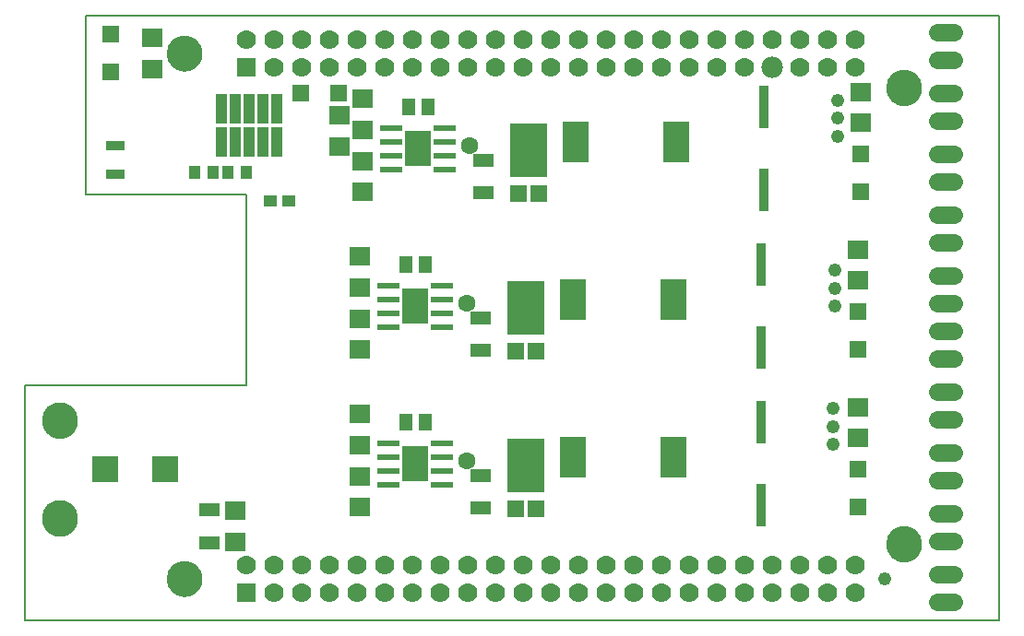
<source format=gts>
G75*
%MOIN*%
%OFA0B0*%
%FSLAX25Y25*%
%IPPOS*%
%LPD*%
%AMOC8*
5,1,8,0,0,1.08239X$1,22.5*
%
%ADD10C,0.00500*%
%ADD11C,0.00000*%
%ADD12C,0.12900*%
%ADD13R,0.07000X0.07000*%
%ADD14C,0.07000*%
%ADD15C,0.07800*%
%ADD16R,0.07500X0.04800*%
%ADD17R,0.07498X0.06699*%
%ADD18R,0.04800X0.06100*%
%ADD19R,0.03500X0.15600*%
%ADD20R,0.05900X0.05900*%
%ADD21R,0.13600X0.19500*%
%ADD22R,0.06306X0.06306*%
%ADD23R,0.08200X0.02200*%
%ADD24R,0.09800X0.12600*%
%ADD25R,0.09455X0.14573*%
%ADD26C,0.06400*%
%ADD27R,0.09258X0.09258*%
%ADD28C,0.12998*%
%ADD29R,0.04337X0.04731*%
%ADD30R,0.04731X0.04337*%
%ADD31R,0.03900X0.10900*%
%ADD32R,0.07093X0.03550*%
%ADD33C,0.04900*%
%ADD34C,0.06306*%
D10*
X0026831Y0007667D02*
X0026831Y0092667D01*
X0106831Y0092667D01*
X0106831Y0161667D01*
X0048831Y0161667D01*
X0048831Y0226167D01*
X0378831Y0226167D01*
X0378831Y0007667D01*
X0026831Y0007667D01*
D11*
X0078081Y0022667D02*
X0078083Y0022825D01*
X0078089Y0022982D01*
X0078099Y0023140D01*
X0078113Y0023297D01*
X0078131Y0023453D01*
X0078152Y0023610D01*
X0078178Y0023765D01*
X0078208Y0023920D01*
X0078241Y0024074D01*
X0078279Y0024227D01*
X0078320Y0024380D01*
X0078365Y0024531D01*
X0078414Y0024681D01*
X0078467Y0024829D01*
X0078523Y0024977D01*
X0078584Y0025122D01*
X0078647Y0025267D01*
X0078715Y0025409D01*
X0078786Y0025550D01*
X0078860Y0025689D01*
X0078938Y0025826D01*
X0079020Y0025961D01*
X0079104Y0026094D01*
X0079193Y0026225D01*
X0079284Y0026353D01*
X0079379Y0026480D01*
X0079476Y0026603D01*
X0079577Y0026725D01*
X0079681Y0026843D01*
X0079788Y0026959D01*
X0079898Y0027072D01*
X0080010Y0027183D01*
X0080126Y0027290D01*
X0080244Y0027395D01*
X0080364Y0027497D01*
X0080487Y0027595D01*
X0080613Y0027691D01*
X0080741Y0027783D01*
X0080871Y0027872D01*
X0081003Y0027958D01*
X0081138Y0028040D01*
X0081275Y0028119D01*
X0081413Y0028194D01*
X0081553Y0028266D01*
X0081696Y0028334D01*
X0081839Y0028399D01*
X0081985Y0028460D01*
X0082132Y0028517D01*
X0082280Y0028571D01*
X0082430Y0028621D01*
X0082580Y0028667D01*
X0082732Y0028709D01*
X0082885Y0028748D01*
X0083039Y0028782D01*
X0083194Y0028813D01*
X0083349Y0028839D01*
X0083505Y0028862D01*
X0083662Y0028881D01*
X0083819Y0028896D01*
X0083976Y0028907D01*
X0084134Y0028914D01*
X0084292Y0028917D01*
X0084449Y0028916D01*
X0084607Y0028911D01*
X0084764Y0028902D01*
X0084922Y0028889D01*
X0085078Y0028872D01*
X0085235Y0028851D01*
X0085390Y0028827D01*
X0085545Y0028798D01*
X0085700Y0028765D01*
X0085853Y0028729D01*
X0086006Y0028688D01*
X0086157Y0028644D01*
X0086307Y0028596D01*
X0086456Y0028545D01*
X0086604Y0028489D01*
X0086750Y0028430D01*
X0086895Y0028367D01*
X0087038Y0028300D01*
X0087179Y0028230D01*
X0087318Y0028157D01*
X0087456Y0028080D01*
X0087592Y0027999D01*
X0087725Y0027915D01*
X0087856Y0027828D01*
X0087985Y0027737D01*
X0088112Y0027643D01*
X0088237Y0027546D01*
X0088358Y0027446D01*
X0088478Y0027343D01*
X0088594Y0027237D01*
X0088708Y0027128D01*
X0088820Y0027016D01*
X0088928Y0026902D01*
X0089033Y0026784D01*
X0089136Y0026664D01*
X0089235Y0026542D01*
X0089331Y0026417D01*
X0089424Y0026289D01*
X0089514Y0026160D01*
X0089600Y0026028D01*
X0089684Y0025894D01*
X0089763Y0025758D01*
X0089840Y0025620D01*
X0089912Y0025480D01*
X0089981Y0025338D01*
X0090047Y0025195D01*
X0090109Y0025050D01*
X0090167Y0024903D01*
X0090222Y0024755D01*
X0090273Y0024606D01*
X0090320Y0024455D01*
X0090363Y0024304D01*
X0090402Y0024151D01*
X0090438Y0023997D01*
X0090469Y0023843D01*
X0090497Y0023688D01*
X0090521Y0023532D01*
X0090541Y0023375D01*
X0090557Y0023218D01*
X0090569Y0023061D01*
X0090577Y0022904D01*
X0090581Y0022746D01*
X0090581Y0022588D01*
X0090577Y0022430D01*
X0090569Y0022273D01*
X0090557Y0022116D01*
X0090541Y0021959D01*
X0090521Y0021802D01*
X0090497Y0021646D01*
X0090469Y0021491D01*
X0090438Y0021337D01*
X0090402Y0021183D01*
X0090363Y0021030D01*
X0090320Y0020879D01*
X0090273Y0020728D01*
X0090222Y0020579D01*
X0090167Y0020431D01*
X0090109Y0020284D01*
X0090047Y0020139D01*
X0089981Y0019996D01*
X0089912Y0019854D01*
X0089840Y0019714D01*
X0089763Y0019576D01*
X0089684Y0019440D01*
X0089600Y0019306D01*
X0089514Y0019174D01*
X0089424Y0019045D01*
X0089331Y0018917D01*
X0089235Y0018792D01*
X0089136Y0018670D01*
X0089033Y0018550D01*
X0088928Y0018432D01*
X0088820Y0018318D01*
X0088708Y0018206D01*
X0088594Y0018097D01*
X0088478Y0017991D01*
X0088358Y0017888D01*
X0088237Y0017788D01*
X0088112Y0017691D01*
X0087985Y0017597D01*
X0087856Y0017506D01*
X0087725Y0017419D01*
X0087592Y0017335D01*
X0087456Y0017254D01*
X0087318Y0017177D01*
X0087179Y0017104D01*
X0087038Y0017034D01*
X0086895Y0016967D01*
X0086750Y0016904D01*
X0086604Y0016845D01*
X0086456Y0016789D01*
X0086307Y0016738D01*
X0086157Y0016690D01*
X0086006Y0016646D01*
X0085853Y0016605D01*
X0085700Y0016569D01*
X0085545Y0016536D01*
X0085390Y0016507D01*
X0085235Y0016483D01*
X0085078Y0016462D01*
X0084922Y0016445D01*
X0084764Y0016432D01*
X0084607Y0016423D01*
X0084449Y0016418D01*
X0084292Y0016417D01*
X0084134Y0016420D01*
X0083976Y0016427D01*
X0083819Y0016438D01*
X0083662Y0016453D01*
X0083505Y0016472D01*
X0083349Y0016495D01*
X0083194Y0016521D01*
X0083039Y0016552D01*
X0082885Y0016586D01*
X0082732Y0016625D01*
X0082580Y0016667D01*
X0082430Y0016713D01*
X0082280Y0016763D01*
X0082132Y0016817D01*
X0081985Y0016874D01*
X0081839Y0016935D01*
X0081696Y0017000D01*
X0081553Y0017068D01*
X0081413Y0017140D01*
X0081275Y0017215D01*
X0081138Y0017294D01*
X0081003Y0017376D01*
X0080871Y0017462D01*
X0080741Y0017551D01*
X0080613Y0017643D01*
X0080487Y0017739D01*
X0080364Y0017837D01*
X0080244Y0017939D01*
X0080126Y0018044D01*
X0080010Y0018151D01*
X0079898Y0018262D01*
X0079788Y0018375D01*
X0079681Y0018491D01*
X0079577Y0018609D01*
X0079476Y0018731D01*
X0079379Y0018854D01*
X0079284Y0018981D01*
X0079193Y0019109D01*
X0079104Y0019240D01*
X0079020Y0019373D01*
X0078938Y0019508D01*
X0078860Y0019645D01*
X0078786Y0019784D01*
X0078715Y0019925D01*
X0078647Y0020067D01*
X0078584Y0020212D01*
X0078523Y0020357D01*
X0078467Y0020505D01*
X0078414Y0020653D01*
X0078365Y0020803D01*
X0078320Y0020954D01*
X0078279Y0021107D01*
X0078241Y0021260D01*
X0078208Y0021414D01*
X0078178Y0021569D01*
X0078152Y0021724D01*
X0078131Y0021881D01*
X0078113Y0022037D01*
X0078099Y0022194D01*
X0078089Y0022352D01*
X0078083Y0022509D01*
X0078081Y0022667D01*
X0032996Y0044450D02*
X0032998Y0044608D01*
X0033004Y0044766D01*
X0033014Y0044924D01*
X0033028Y0045082D01*
X0033046Y0045239D01*
X0033067Y0045396D01*
X0033093Y0045552D01*
X0033123Y0045708D01*
X0033156Y0045863D01*
X0033194Y0046016D01*
X0033235Y0046169D01*
X0033280Y0046321D01*
X0033329Y0046472D01*
X0033382Y0046621D01*
X0033438Y0046769D01*
X0033498Y0046915D01*
X0033562Y0047060D01*
X0033630Y0047203D01*
X0033701Y0047345D01*
X0033775Y0047485D01*
X0033853Y0047622D01*
X0033935Y0047758D01*
X0034019Y0047892D01*
X0034108Y0048023D01*
X0034199Y0048152D01*
X0034294Y0048279D01*
X0034391Y0048404D01*
X0034492Y0048526D01*
X0034596Y0048645D01*
X0034703Y0048762D01*
X0034813Y0048876D01*
X0034926Y0048987D01*
X0035041Y0049096D01*
X0035159Y0049201D01*
X0035280Y0049303D01*
X0035403Y0049403D01*
X0035529Y0049499D01*
X0035657Y0049592D01*
X0035787Y0049682D01*
X0035920Y0049768D01*
X0036055Y0049852D01*
X0036191Y0049931D01*
X0036330Y0050008D01*
X0036471Y0050080D01*
X0036613Y0050150D01*
X0036757Y0050215D01*
X0036903Y0050277D01*
X0037050Y0050335D01*
X0037199Y0050390D01*
X0037349Y0050441D01*
X0037500Y0050488D01*
X0037652Y0050531D01*
X0037805Y0050570D01*
X0037960Y0050606D01*
X0038115Y0050637D01*
X0038271Y0050665D01*
X0038427Y0050689D01*
X0038584Y0050709D01*
X0038742Y0050725D01*
X0038899Y0050737D01*
X0039058Y0050745D01*
X0039216Y0050749D01*
X0039374Y0050749D01*
X0039532Y0050745D01*
X0039691Y0050737D01*
X0039848Y0050725D01*
X0040006Y0050709D01*
X0040163Y0050689D01*
X0040319Y0050665D01*
X0040475Y0050637D01*
X0040630Y0050606D01*
X0040785Y0050570D01*
X0040938Y0050531D01*
X0041090Y0050488D01*
X0041241Y0050441D01*
X0041391Y0050390D01*
X0041540Y0050335D01*
X0041687Y0050277D01*
X0041833Y0050215D01*
X0041977Y0050150D01*
X0042119Y0050080D01*
X0042260Y0050008D01*
X0042399Y0049931D01*
X0042535Y0049852D01*
X0042670Y0049768D01*
X0042803Y0049682D01*
X0042933Y0049592D01*
X0043061Y0049499D01*
X0043187Y0049403D01*
X0043310Y0049303D01*
X0043431Y0049201D01*
X0043549Y0049096D01*
X0043664Y0048987D01*
X0043777Y0048876D01*
X0043887Y0048762D01*
X0043994Y0048645D01*
X0044098Y0048526D01*
X0044199Y0048404D01*
X0044296Y0048279D01*
X0044391Y0048152D01*
X0044482Y0048023D01*
X0044571Y0047892D01*
X0044655Y0047758D01*
X0044737Y0047622D01*
X0044815Y0047485D01*
X0044889Y0047345D01*
X0044960Y0047203D01*
X0045028Y0047060D01*
X0045092Y0046915D01*
X0045152Y0046769D01*
X0045208Y0046621D01*
X0045261Y0046472D01*
X0045310Y0046321D01*
X0045355Y0046169D01*
X0045396Y0046016D01*
X0045434Y0045863D01*
X0045467Y0045708D01*
X0045497Y0045552D01*
X0045523Y0045396D01*
X0045544Y0045239D01*
X0045562Y0045082D01*
X0045576Y0044924D01*
X0045586Y0044766D01*
X0045592Y0044608D01*
X0045594Y0044450D01*
X0045592Y0044292D01*
X0045586Y0044134D01*
X0045576Y0043976D01*
X0045562Y0043818D01*
X0045544Y0043661D01*
X0045523Y0043504D01*
X0045497Y0043348D01*
X0045467Y0043192D01*
X0045434Y0043037D01*
X0045396Y0042884D01*
X0045355Y0042731D01*
X0045310Y0042579D01*
X0045261Y0042428D01*
X0045208Y0042279D01*
X0045152Y0042131D01*
X0045092Y0041985D01*
X0045028Y0041840D01*
X0044960Y0041697D01*
X0044889Y0041555D01*
X0044815Y0041415D01*
X0044737Y0041278D01*
X0044655Y0041142D01*
X0044571Y0041008D01*
X0044482Y0040877D01*
X0044391Y0040748D01*
X0044296Y0040621D01*
X0044199Y0040496D01*
X0044098Y0040374D01*
X0043994Y0040255D01*
X0043887Y0040138D01*
X0043777Y0040024D01*
X0043664Y0039913D01*
X0043549Y0039804D01*
X0043431Y0039699D01*
X0043310Y0039597D01*
X0043187Y0039497D01*
X0043061Y0039401D01*
X0042933Y0039308D01*
X0042803Y0039218D01*
X0042670Y0039132D01*
X0042535Y0039048D01*
X0042399Y0038969D01*
X0042260Y0038892D01*
X0042119Y0038820D01*
X0041977Y0038750D01*
X0041833Y0038685D01*
X0041687Y0038623D01*
X0041540Y0038565D01*
X0041391Y0038510D01*
X0041241Y0038459D01*
X0041090Y0038412D01*
X0040938Y0038369D01*
X0040785Y0038330D01*
X0040630Y0038294D01*
X0040475Y0038263D01*
X0040319Y0038235D01*
X0040163Y0038211D01*
X0040006Y0038191D01*
X0039848Y0038175D01*
X0039691Y0038163D01*
X0039532Y0038155D01*
X0039374Y0038151D01*
X0039216Y0038151D01*
X0039058Y0038155D01*
X0038899Y0038163D01*
X0038742Y0038175D01*
X0038584Y0038191D01*
X0038427Y0038211D01*
X0038271Y0038235D01*
X0038115Y0038263D01*
X0037960Y0038294D01*
X0037805Y0038330D01*
X0037652Y0038369D01*
X0037500Y0038412D01*
X0037349Y0038459D01*
X0037199Y0038510D01*
X0037050Y0038565D01*
X0036903Y0038623D01*
X0036757Y0038685D01*
X0036613Y0038750D01*
X0036471Y0038820D01*
X0036330Y0038892D01*
X0036191Y0038969D01*
X0036055Y0039048D01*
X0035920Y0039132D01*
X0035787Y0039218D01*
X0035657Y0039308D01*
X0035529Y0039401D01*
X0035403Y0039497D01*
X0035280Y0039597D01*
X0035159Y0039699D01*
X0035041Y0039804D01*
X0034926Y0039913D01*
X0034813Y0040024D01*
X0034703Y0040138D01*
X0034596Y0040255D01*
X0034492Y0040374D01*
X0034391Y0040496D01*
X0034294Y0040621D01*
X0034199Y0040748D01*
X0034108Y0040877D01*
X0034019Y0041008D01*
X0033935Y0041142D01*
X0033853Y0041278D01*
X0033775Y0041415D01*
X0033701Y0041555D01*
X0033630Y0041697D01*
X0033562Y0041840D01*
X0033498Y0041985D01*
X0033438Y0042131D01*
X0033382Y0042279D01*
X0033329Y0042428D01*
X0033280Y0042579D01*
X0033235Y0042731D01*
X0033194Y0042884D01*
X0033156Y0043037D01*
X0033123Y0043192D01*
X0033093Y0043348D01*
X0033067Y0043504D01*
X0033046Y0043661D01*
X0033028Y0043818D01*
X0033014Y0043976D01*
X0033004Y0044134D01*
X0032998Y0044292D01*
X0032996Y0044450D01*
X0032996Y0079883D02*
X0032998Y0080041D01*
X0033004Y0080199D01*
X0033014Y0080357D01*
X0033028Y0080515D01*
X0033046Y0080672D01*
X0033067Y0080829D01*
X0033093Y0080985D01*
X0033123Y0081141D01*
X0033156Y0081296D01*
X0033194Y0081449D01*
X0033235Y0081602D01*
X0033280Y0081754D01*
X0033329Y0081905D01*
X0033382Y0082054D01*
X0033438Y0082202D01*
X0033498Y0082348D01*
X0033562Y0082493D01*
X0033630Y0082636D01*
X0033701Y0082778D01*
X0033775Y0082918D01*
X0033853Y0083055D01*
X0033935Y0083191D01*
X0034019Y0083325D01*
X0034108Y0083456D01*
X0034199Y0083585D01*
X0034294Y0083712D01*
X0034391Y0083837D01*
X0034492Y0083959D01*
X0034596Y0084078D01*
X0034703Y0084195D01*
X0034813Y0084309D01*
X0034926Y0084420D01*
X0035041Y0084529D01*
X0035159Y0084634D01*
X0035280Y0084736D01*
X0035403Y0084836D01*
X0035529Y0084932D01*
X0035657Y0085025D01*
X0035787Y0085115D01*
X0035920Y0085201D01*
X0036055Y0085285D01*
X0036191Y0085364D01*
X0036330Y0085441D01*
X0036471Y0085513D01*
X0036613Y0085583D01*
X0036757Y0085648D01*
X0036903Y0085710D01*
X0037050Y0085768D01*
X0037199Y0085823D01*
X0037349Y0085874D01*
X0037500Y0085921D01*
X0037652Y0085964D01*
X0037805Y0086003D01*
X0037960Y0086039D01*
X0038115Y0086070D01*
X0038271Y0086098D01*
X0038427Y0086122D01*
X0038584Y0086142D01*
X0038742Y0086158D01*
X0038899Y0086170D01*
X0039058Y0086178D01*
X0039216Y0086182D01*
X0039374Y0086182D01*
X0039532Y0086178D01*
X0039691Y0086170D01*
X0039848Y0086158D01*
X0040006Y0086142D01*
X0040163Y0086122D01*
X0040319Y0086098D01*
X0040475Y0086070D01*
X0040630Y0086039D01*
X0040785Y0086003D01*
X0040938Y0085964D01*
X0041090Y0085921D01*
X0041241Y0085874D01*
X0041391Y0085823D01*
X0041540Y0085768D01*
X0041687Y0085710D01*
X0041833Y0085648D01*
X0041977Y0085583D01*
X0042119Y0085513D01*
X0042260Y0085441D01*
X0042399Y0085364D01*
X0042535Y0085285D01*
X0042670Y0085201D01*
X0042803Y0085115D01*
X0042933Y0085025D01*
X0043061Y0084932D01*
X0043187Y0084836D01*
X0043310Y0084736D01*
X0043431Y0084634D01*
X0043549Y0084529D01*
X0043664Y0084420D01*
X0043777Y0084309D01*
X0043887Y0084195D01*
X0043994Y0084078D01*
X0044098Y0083959D01*
X0044199Y0083837D01*
X0044296Y0083712D01*
X0044391Y0083585D01*
X0044482Y0083456D01*
X0044571Y0083325D01*
X0044655Y0083191D01*
X0044737Y0083055D01*
X0044815Y0082918D01*
X0044889Y0082778D01*
X0044960Y0082636D01*
X0045028Y0082493D01*
X0045092Y0082348D01*
X0045152Y0082202D01*
X0045208Y0082054D01*
X0045261Y0081905D01*
X0045310Y0081754D01*
X0045355Y0081602D01*
X0045396Y0081449D01*
X0045434Y0081296D01*
X0045467Y0081141D01*
X0045497Y0080985D01*
X0045523Y0080829D01*
X0045544Y0080672D01*
X0045562Y0080515D01*
X0045576Y0080357D01*
X0045586Y0080199D01*
X0045592Y0080041D01*
X0045594Y0079883D01*
X0045592Y0079725D01*
X0045586Y0079567D01*
X0045576Y0079409D01*
X0045562Y0079251D01*
X0045544Y0079094D01*
X0045523Y0078937D01*
X0045497Y0078781D01*
X0045467Y0078625D01*
X0045434Y0078470D01*
X0045396Y0078317D01*
X0045355Y0078164D01*
X0045310Y0078012D01*
X0045261Y0077861D01*
X0045208Y0077712D01*
X0045152Y0077564D01*
X0045092Y0077418D01*
X0045028Y0077273D01*
X0044960Y0077130D01*
X0044889Y0076988D01*
X0044815Y0076848D01*
X0044737Y0076711D01*
X0044655Y0076575D01*
X0044571Y0076441D01*
X0044482Y0076310D01*
X0044391Y0076181D01*
X0044296Y0076054D01*
X0044199Y0075929D01*
X0044098Y0075807D01*
X0043994Y0075688D01*
X0043887Y0075571D01*
X0043777Y0075457D01*
X0043664Y0075346D01*
X0043549Y0075237D01*
X0043431Y0075132D01*
X0043310Y0075030D01*
X0043187Y0074930D01*
X0043061Y0074834D01*
X0042933Y0074741D01*
X0042803Y0074651D01*
X0042670Y0074565D01*
X0042535Y0074481D01*
X0042399Y0074402D01*
X0042260Y0074325D01*
X0042119Y0074253D01*
X0041977Y0074183D01*
X0041833Y0074118D01*
X0041687Y0074056D01*
X0041540Y0073998D01*
X0041391Y0073943D01*
X0041241Y0073892D01*
X0041090Y0073845D01*
X0040938Y0073802D01*
X0040785Y0073763D01*
X0040630Y0073727D01*
X0040475Y0073696D01*
X0040319Y0073668D01*
X0040163Y0073644D01*
X0040006Y0073624D01*
X0039848Y0073608D01*
X0039691Y0073596D01*
X0039532Y0073588D01*
X0039374Y0073584D01*
X0039216Y0073584D01*
X0039058Y0073588D01*
X0038899Y0073596D01*
X0038742Y0073608D01*
X0038584Y0073624D01*
X0038427Y0073644D01*
X0038271Y0073668D01*
X0038115Y0073696D01*
X0037960Y0073727D01*
X0037805Y0073763D01*
X0037652Y0073802D01*
X0037500Y0073845D01*
X0037349Y0073892D01*
X0037199Y0073943D01*
X0037050Y0073998D01*
X0036903Y0074056D01*
X0036757Y0074118D01*
X0036613Y0074183D01*
X0036471Y0074253D01*
X0036330Y0074325D01*
X0036191Y0074402D01*
X0036055Y0074481D01*
X0035920Y0074565D01*
X0035787Y0074651D01*
X0035657Y0074741D01*
X0035529Y0074834D01*
X0035403Y0074930D01*
X0035280Y0075030D01*
X0035159Y0075132D01*
X0035041Y0075237D01*
X0034926Y0075346D01*
X0034813Y0075457D01*
X0034703Y0075571D01*
X0034596Y0075688D01*
X0034492Y0075807D01*
X0034391Y0075929D01*
X0034294Y0076054D01*
X0034199Y0076181D01*
X0034108Y0076310D01*
X0034019Y0076441D01*
X0033935Y0076575D01*
X0033853Y0076711D01*
X0033775Y0076848D01*
X0033701Y0076988D01*
X0033630Y0077130D01*
X0033562Y0077273D01*
X0033498Y0077418D01*
X0033438Y0077564D01*
X0033382Y0077712D01*
X0033329Y0077861D01*
X0033280Y0078012D01*
X0033235Y0078164D01*
X0033194Y0078317D01*
X0033156Y0078470D01*
X0033123Y0078625D01*
X0033093Y0078781D01*
X0033067Y0078937D01*
X0033046Y0079094D01*
X0033028Y0079251D01*
X0033014Y0079409D01*
X0033004Y0079567D01*
X0032998Y0079725D01*
X0032996Y0079883D01*
X0078081Y0212667D02*
X0078083Y0212825D01*
X0078089Y0212982D01*
X0078099Y0213140D01*
X0078113Y0213297D01*
X0078131Y0213453D01*
X0078152Y0213610D01*
X0078178Y0213765D01*
X0078208Y0213920D01*
X0078241Y0214074D01*
X0078279Y0214227D01*
X0078320Y0214380D01*
X0078365Y0214531D01*
X0078414Y0214681D01*
X0078467Y0214829D01*
X0078523Y0214977D01*
X0078584Y0215122D01*
X0078647Y0215267D01*
X0078715Y0215409D01*
X0078786Y0215550D01*
X0078860Y0215689D01*
X0078938Y0215826D01*
X0079020Y0215961D01*
X0079104Y0216094D01*
X0079193Y0216225D01*
X0079284Y0216353D01*
X0079379Y0216480D01*
X0079476Y0216603D01*
X0079577Y0216725D01*
X0079681Y0216843D01*
X0079788Y0216959D01*
X0079898Y0217072D01*
X0080010Y0217183D01*
X0080126Y0217290D01*
X0080244Y0217395D01*
X0080364Y0217497D01*
X0080487Y0217595D01*
X0080613Y0217691D01*
X0080741Y0217783D01*
X0080871Y0217872D01*
X0081003Y0217958D01*
X0081138Y0218040D01*
X0081275Y0218119D01*
X0081413Y0218194D01*
X0081553Y0218266D01*
X0081696Y0218334D01*
X0081839Y0218399D01*
X0081985Y0218460D01*
X0082132Y0218517D01*
X0082280Y0218571D01*
X0082430Y0218621D01*
X0082580Y0218667D01*
X0082732Y0218709D01*
X0082885Y0218748D01*
X0083039Y0218782D01*
X0083194Y0218813D01*
X0083349Y0218839D01*
X0083505Y0218862D01*
X0083662Y0218881D01*
X0083819Y0218896D01*
X0083976Y0218907D01*
X0084134Y0218914D01*
X0084292Y0218917D01*
X0084449Y0218916D01*
X0084607Y0218911D01*
X0084764Y0218902D01*
X0084922Y0218889D01*
X0085078Y0218872D01*
X0085235Y0218851D01*
X0085390Y0218827D01*
X0085545Y0218798D01*
X0085700Y0218765D01*
X0085853Y0218729D01*
X0086006Y0218688D01*
X0086157Y0218644D01*
X0086307Y0218596D01*
X0086456Y0218545D01*
X0086604Y0218489D01*
X0086750Y0218430D01*
X0086895Y0218367D01*
X0087038Y0218300D01*
X0087179Y0218230D01*
X0087318Y0218157D01*
X0087456Y0218080D01*
X0087592Y0217999D01*
X0087725Y0217915D01*
X0087856Y0217828D01*
X0087985Y0217737D01*
X0088112Y0217643D01*
X0088237Y0217546D01*
X0088358Y0217446D01*
X0088478Y0217343D01*
X0088594Y0217237D01*
X0088708Y0217128D01*
X0088820Y0217016D01*
X0088928Y0216902D01*
X0089033Y0216784D01*
X0089136Y0216664D01*
X0089235Y0216542D01*
X0089331Y0216417D01*
X0089424Y0216289D01*
X0089514Y0216160D01*
X0089600Y0216028D01*
X0089684Y0215894D01*
X0089763Y0215758D01*
X0089840Y0215620D01*
X0089912Y0215480D01*
X0089981Y0215338D01*
X0090047Y0215195D01*
X0090109Y0215050D01*
X0090167Y0214903D01*
X0090222Y0214755D01*
X0090273Y0214606D01*
X0090320Y0214455D01*
X0090363Y0214304D01*
X0090402Y0214151D01*
X0090438Y0213997D01*
X0090469Y0213843D01*
X0090497Y0213688D01*
X0090521Y0213532D01*
X0090541Y0213375D01*
X0090557Y0213218D01*
X0090569Y0213061D01*
X0090577Y0212904D01*
X0090581Y0212746D01*
X0090581Y0212588D01*
X0090577Y0212430D01*
X0090569Y0212273D01*
X0090557Y0212116D01*
X0090541Y0211959D01*
X0090521Y0211802D01*
X0090497Y0211646D01*
X0090469Y0211491D01*
X0090438Y0211337D01*
X0090402Y0211183D01*
X0090363Y0211030D01*
X0090320Y0210879D01*
X0090273Y0210728D01*
X0090222Y0210579D01*
X0090167Y0210431D01*
X0090109Y0210284D01*
X0090047Y0210139D01*
X0089981Y0209996D01*
X0089912Y0209854D01*
X0089840Y0209714D01*
X0089763Y0209576D01*
X0089684Y0209440D01*
X0089600Y0209306D01*
X0089514Y0209174D01*
X0089424Y0209045D01*
X0089331Y0208917D01*
X0089235Y0208792D01*
X0089136Y0208670D01*
X0089033Y0208550D01*
X0088928Y0208432D01*
X0088820Y0208318D01*
X0088708Y0208206D01*
X0088594Y0208097D01*
X0088478Y0207991D01*
X0088358Y0207888D01*
X0088237Y0207788D01*
X0088112Y0207691D01*
X0087985Y0207597D01*
X0087856Y0207506D01*
X0087725Y0207419D01*
X0087592Y0207335D01*
X0087456Y0207254D01*
X0087318Y0207177D01*
X0087179Y0207104D01*
X0087038Y0207034D01*
X0086895Y0206967D01*
X0086750Y0206904D01*
X0086604Y0206845D01*
X0086456Y0206789D01*
X0086307Y0206738D01*
X0086157Y0206690D01*
X0086006Y0206646D01*
X0085853Y0206605D01*
X0085700Y0206569D01*
X0085545Y0206536D01*
X0085390Y0206507D01*
X0085235Y0206483D01*
X0085078Y0206462D01*
X0084922Y0206445D01*
X0084764Y0206432D01*
X0084607Y0206423D01*
X0084449Y0206418D01*
X0084292Y0206417D01*
X0084134Y0206420D01*
X0083976Y0206427D01*
X0083819Y0206438D01*
X0083662Y0206453D01*
X0083505Y0206472D01*
X0083349Y0206495D01*
X0083194Y0206521D01*
X0083039Y0206552D01*
X0082885Y0206586D01*
X0082732Y0206625D01*
X0082580Y0206667D01*
X0082430Y0206713D01*
X0082280Y0206763D01*
X0082132Y0206817D01*
X0081985Y0206874D01*
X0081839Y0206935D01*
X0081696Y0207000D01*
X0081553Y0207068D01*
X0081413Y0207140D01*
X0081275Y0207215D01*
X0081138Y0207294D01*
X0081003Y0207376D01*
X0080871Y0207462D01*
X0080741Y0207551D01*
X0080613Y0207643D01*
X0080487Y0207739D01*
X0080364Y0207837D01*
X0080244Y0207939D01*
X0080126Y0208044D01*
X0080010Y0208151D01*
X0079898Y0208262D01*
X0079788Y0208375D01*
X0079681Y0208491D01*
X0079577Y0208609D01*
X0079476Y0208731D01*
X0079379Y0208854D01*
X0079284Y0208981D01*
X0079193Y0209109D01*
X0079104Y0209240D01*
X0079020Y0209373D01*
X0078938Y0209508D01*
X0078860Y0209645D01*
X0078786Y0209784D01*
X0078715Y0209925D01*
X0078647Y0210067D01*
X0078584Y0210212D01*
X0078523Y0210357D01*
X0078467Y0210505D01*
X0078414Y0210653D01*
X0078365Y0210803D01*
X0078320Y0210954D01*
X0078279Y0211107D01*
X0078241Y0211260D01*
X0078208Y0211414D01*
X0078178Y0211569D01*
X0078152Y0211724D01*
X0078131Y0211881D01*
X0078113Y0212037D01*
X0078099Y0212194D01*
X0078089Y0212352D01*
X0078083Y0212509D01*
X0078081Y0212667D01*
X0338081Y0200167D02*
X0338083Y0200325D01*
X0338089Y0200482D01*
X0338099Y0200640D01*
X0338113Y0200797D01*
X0338131Y0200953D01*
X0338152Y0201110D01*
X0338178Y0201265D01*
X0338208Y0201420D01*
X0338241Y0201574D01*
X0338279Y0201727D01*
X0338320Y0201880D01*
X0338365Y0202031D01*
X0338414Y0202181D01*
X0338467Y0202329D01*
X0338523Y0202477D01*
X0338584Y0202622D01*
X0338647Y0202767D01*
X0338715Y0202909D01*
X0338786Y0203050D01*
X0338860Y0203189D01*
X0338938Y0203326D01*
X0339020Y0203461D01*
X0339104Y0203594D01*
X0339193Y0203725D01*
X0339284Y0203853D01*
X0339379Y0203980D01*
X0339476Y0204103D01*
X0339577Y0204225D01*
X0339681Y0204343D01*
X0339788Y0204459D01*
X0339898Y0204572D01*
X0340010Y0204683D01*
X0340126Y0204790D01*
X0340244Y0204895D01*
X0340364Y0204997D01*
X0340487Y0205095D01*
X0340613Y0205191D01*
X0340741Y0205283D01*
X0340871Y0205372D01*
X0341003Y0205458D01*
X0341138Y0205540D01*
X0341275Y0205619D01*
X0341413Y0205694D01*
X0341553Y0205766D01*
X0341696Y0205834D01*
X0341839Y0205899D01*
X0341985Y0205960D01*
X0342132Y0206017D01*
X0342280Y0206071D01*
X0342430Y0206121D01*
X0342580Y0206167D01*
X0342732Y0206209D01*
X0342885Y0206248D01*
X0343039Y0206282D01*
X0343194Y0206313D01*
X0343349Y0206339D01*
X0343505Y0206362D01*
X0343662Y0206381D01*
X0343819Y0206396D01*
X0343976Y0206407D01*
X0344134Y0206414D01*
X0344292Y0206417D01*
X0344449Y0206416D01*
X0344607Y0206411D01*
X0344764Y0206402D01*
X0344922Y0206389D01*
X0345078Y0206372D01*
X0345235Y0206351D01*
X0345390Y0206327D01*
X0345545Y0206298D01*
X0345700Y0206265D01*
X0345853Y0206229D01*
X0346006Y0206188D01*
X0346157Y0206144D01*
X0346307Y0206096D01*
X0346456Y0206045D01*
X0346604Y0205989D01*
X0346750Y0205930D01*
X0346895Y0205867D01*
X0347038Y0205800D01*
X0347179Y0205730D01*
X0347318Y0205657D01*
X0347456Y0205580D01*
X0347592Y0205499D01*
X0347725Y0205415D01*
X0347856Y0205328D01*
X0347985Y0205237D01*
X0348112Y0205143D01*
X0348237Y0205046D01*
X0348358Y0204946D01*
X0348478Y0204843D01*
X0348594Y0204737D01*
X0348708Y0204628D01*
X0348820Y0204516D01*
X0348928Y0204402D01*
X0349033Y0204284D01*
X0349136Y0204164D01*
X0349235Y0204042D01*
X0349331Y0203917D01*
X0349424Y0203789D01*
X0349514Y0203660D01*
X0349600Y0203528D01*
X0349684Y0203394D01*
X0349763Y0203258D01*
X0349840Y0203120D01*
X0349912Y0202980D01*
X0349981Y0202838D01*
X0350047Y0202695D01*
X0350109Y0202550D01*
X0350167Y0202403D01*
X0350222Y0202255D01*
X0350273Y0202106D01*
X0350320Y0201955D01*
X0350363Y0201804D01*
X0350402Y0201651D01*
X0350438Y0201497D01*
X0350469Y0201343D01*
X0350497Y0201188D01*
X0350521Y0201032D01*
X0350541Y0200875D01*
X0350557Y0200718D01*
X0350569Y0200561D01*
X0350577Y0200404D01*
X0350581Y0200246D01*
X0350581Y0200088D01*
X0350577Y0199930D01*
X0350569Y0199773D01*
X0350557Y0199616D01*
X0350541Y0199459D01*
X0350521Y0199302D01*
X0350497Y0199146D01*
X0350469Y0198991D01*
X0350438Y0198837D01*
X0350402Y0198683D01*
X0350363Y0198530D01*
X0350320Y0198379D01*
X0350273Y0198228D01*
X0350222Y0198079D01*
X0350167Y0197931D01*
X0350109Y0197784D01*
X0350047Y0197639D01*
X0349981Y0197496D01*
X0349912Y0197354D01*
X0349840Y0197214D01*
X0349763Y0197076D01*
X0349684Y0196940D01*
X0349600Y0196806D01*
X0349514Y0196674D01*
X0349424Y0196545D01*
X0349331Y0196417D01*
X0349235Y0196292D01*
X0349136Y0196170D01*
X0349033Y0196050D01*
X0348928Y0195932D01*
X0348820Y0195818D01*
X0348708Y0195706D01*
X0348594Y0195597D01*
X0348478Y0195491D01*
X0348358Y0195388D01*
X0348237Y0195288D01*
X0348112Y0195191D01*
X0347985Y0195097D01*
X0347856Y0195006D01*
X0347725Y0194919D01*
X0347592Y0194835D01*
X0347456Y0194754D01*
X0347318Y0194677D01*
X0347179Y0194604D01*
X0347038Y0194534D01*
X0346895Y0194467D01*
X0346750Y0194404D01*
X0346604Y0194345D01*
X0346456Y0194289D01*
X0346307Y0194238D01*
X0346157Y0194190D01*
X0346006Y0194146D01*
X0345853Y0194105D01*
X0345700Y0194069D01*
X0345545Y0194036D01*
X0345390Y0194007D01*
X0345235Y0193983D01*
X0345078Y0193962D01*
X0344922Y0193945D01*
X0344764Y0193932D01*
X0344607Y0193923D01*
X0344449Y0193918D01*
X0344292Y0193917D01*
X0344134Y0193920D01*
X0343976Y0193927D01*
X0343819Y0193938D01*
X0343662Y0193953D01*
X0343505Y0193972D01*
X0343349Y0193995D01*
X0343194Y0194021D01*
X0343039Y0194052D01*
X0342885Y0194086D01*
X0342732Y0194125D01*
X0342580Y0194167D01*
X0342430Y0194213D01*
X0342280Y0194263D01*
X0342132Y0194317D01*
X0341985Y0194374D01*
X0341839Y0194435D01*
X0341696Y0194500D01*
X0341553Y0194568D01*
X0341413Y0194640D01*
X0341275Y0194715D01*
X0341138Y0194794D01*
X0341003Y0194876D01*
X0340871Y0194962D01*
X0340741Y0195051D01*
X0340613Y0195143D01*
X0340487Y0195239D01*
X0340364Y0195337D01*
X0340244Y0195439D01*
X0340126Y0195544D01*
X0340010Y0195651D01*
X0339898Y0195762D01*
X0339788Y0195875D01*
X0339681Y0195991D01*
X0339577Y0196109D01*
X0339476Y0196231D01*
X0339379Y0196354D01*
X0339284Y0196481D01*
X0339193Y0196609D01*
X0339104Y0196740D01*
X0339020Y0196873D01*
X0338938Y0197008D01*
X0338860Y0197145D01*
X0338786Y0197284D01*
X0338715Y0197425D01*
X0338647Y0197567D01*
X0338584Y0197712D01*
X0338523Y0197857D01*
X0338467Y0198005D01*
X0338414Y0198153D01*
X0338365Y0198303D01*
X0338320Y0198454D01*
X0338279Y0198607D01*
X0338241Y0198760D01*
X0338208Y0198914D01*
X0338178Y0199069D01*
X0338152Y0199224D01*
X0338131Y0199381D01*
X0338113Y0199537D01*
X0338099Y0199694D01*
X0338089Y0199852D01*
X0338083Y0200009D01*
X0338081Y0200167D01*
X0338081Y0035167D02*
X0338083Y0035325D01*
X0338089Y0035482D01*
X0338099Y0035640D01*
X0338113Y0035797D01*
X0338131Y0035953D01*
X0338152Y0036110D01*
X0338178Y0036265D01*
X0338208Y0036420D01*
X0338241Y0036574D01*
X0338279Y0036727D01*
X0338320Y0036880D01*
X0338365Y0037031D01*
X0338414Y0037181D01*
X0338467Y0037329D01*
X0338523Y0037477D01*
X0338584Y0037622D01*
X0338647Y0037767D01*
X0338715Y0037909D01*
X0338786Y0038050D01*
X0338860Y0038189D01*
X0338938Y0038326D01*
X0339020Y0038461D01*
X0339104Y0038594D01*
X0339193Y0038725D01*
X0339284Y0038853D01*
X0339379Y0038980D01*
X0339476Y0039103D01*
X0339577Y0039225D01*
X0339681Y0039343D01*
X0339788Y0039459D01*
X0339898Y0039572D01*
X0340010Y0039683D01*
X0340126Y0039790D01*
X0340244Y0039895D01*
X0340364Y0039997D01*
X0340487Y0040095D01*
X0340613Y0040191D01*
X0340741Y0040283D01*
X0340871Y0040372D01*
X0341003Y0040458D01*
X0341138Y0040540D01*
X0341275Y0040619D01*
X0341413Y0040694D01*
X0341553Y0040766D01*
X0341696Y0040834D01*
X0341839Y0040899D01*
X0341985Y0040960D01*
X0342132Y0041017D01*
X0342280Y0041071D01*
X0342430Y0041121D01*
X0342580Y0041167D01*
X0342732Y0041209D01*
X0342885Y0041248D01*
X0343039Y0041282D01*
X0343194Y0041313D01*
X0343349Y0041339D01*
X0343505Y0041362D01*
X0343662Y0041381D01*
X0343819Y0041396D01*
X0343976Y0041407D01*
X0344134Y0041414D01*
X0344292Y0041417D01*
X0344449Y0041416D01*
X0344607Y0041411D01*
X0344764Y0041402D01*
X0344922Y0041389D01*
X0345078Y0041372D01*
X0345235Y0041351D01*
X0345390Y0041327D01*
X0345545Y0041298D01*
X0345700Y0041265D01*
X0345853Y0041229D01*
X0346006Y0041188D01*
X0346157Y0041144D01*
X0346307Y0041096D01*
X0346456Y0041045D01*
X0346604Y0040989D01*
X0346750Y0040930D01*
X0346895Y0040867D01*
X0347038Y0040800D01*
X0347179Y0040730D01*
X0347318Y0040657D01*
X0347456Y0040580D01*
X0347592Y0040499D01*
X0347725Y0040415D01*
X0347856Y0040328D01*
X0347985Y0040237D01*
X0348112Y0040143D01*
X0348237Y0040046D01*
X0348358Y0039946D01*
X0348478Y0039843D01*
X0348594Y0039737D01*
X0348708Y0039628D01*
X0348820Y0039516D01*
X0348928Y0039402D01*
X0349033Y0039284D01*
X0349136Y0039164D01*
X0349235Y0039042D01*
X0349331Y0038917D01*
X0349424Y0038789D01*
X0349514Y0038660D01*
X0349600Y0038528D01*
X0349684Y0038394D01*
X0349763Y0038258D01*
X0349840Y0038120D01*
X0349912Y0037980D01*
X0349981Y0037838D01*
X0350047Y0037695D01*
X0350109Y0037550D01*
X0350167Y0037403D01*
X0350222Y0037255D01*
X0350273Y0037106D01*
X0350320Y0036955D01*
X0350363Y0036804D01*
X0350402Y0036651D01*
X0350438Y0036497D01*
X0350469Y0036343D01*
X0350497Y0036188D01*
X0350521Y0036032D01*
X0350541Y0035875D01*
X0350557Y0035718D01*
X0350569Y0035561D01*
X0350577Y0035404D01*
X0350581Y0035246D01*
X0350581Y0035088D01*
X0350577Y0034930D01*
X0350569Y0034773D01*
X0350557Y0034616D01*
X0350541Y0034459D01*
X0350521Y0034302D01*
X0350497Y0034146D01*
X0350469Y0033991D01*
X0350438Y0033837D01*
X0350402Y0033683D01*
X0350363Y0033530D01*
X0350320Y0033379D01*
X0350273Y0033228D01*
X0350222Y0033079D01*
X0350167Y0032931D01*
X0350109Y0032784D01*
X0350047Y0032639D01*
X0349981Y0032496D01*
X0349912Y0032354D01*
X0349840Y0032214D01*
X0349763Y0032076D01*
X0349684Y0031940D01*
X0349600Y0031806D01*
X0349514Y0031674D01*
X0349424Y0031545D01*
X0349331Y0031417D01*
X0349235Y0031292D01*
X0349136Y0031170D01*
X0349033Y0031050D01*
X0348928Y0030932D01*
X0348820Y0030818D01*
X0348708Y0030706D01*
X0348594Y0030597D01*
X0348478Y0030491D01*
X0348358Y0030388D01*
X0348237Y0030288D01*
X0348112Y0030191D01*
X0347985Y0030097D01*
X0347856Y0030006D01*
X0347725Y0029919D01*
X0347592Y0029835D01*
X0347456Y0029754D01*
X0347318Y0029677D01*
X0347179Y0029604D01*
X0347038Y0029534D01*
X0346895Y0029467D01*
X0346750Y0029404D01*
X0346604Y0029345D01*
X0346456Y0029289D01*
X0346307Y0029238D01*
X0346157Y0029190D01*
X0346006Y0029146D01*
X0345853Y0029105D01*
X0345700Y0029069D01*
X0345545Y0029036D01*
X0345390Y0029007D01*
X0345235Y0028983D01*
X0345078Y0028962D01*
X0344922Y0028945D01*
X0344764Y0028932D01*
X0344607Y0028923D01*
X0344449Y0028918D01*
X0344292Y0028917D01*
X0344134Y0028920D01*
X0343976Y0028927D01*
X0343819Y0028938D01*
X0343662Y0028953D01*
X0343505Y0028972D01*
X0343349Y0028995D01*
X0343194Y0029021D01*
X0343039Y0029052D01*
X0342885Y0029086D01*
X0342732Y0029125D01*
X0342580Y0029167D01*
X0342430Y0029213D01*
X0342280Y0029263D01*
X0342132Y0029317D01*
X0341985Y0029374D01*
X0341839Y0029435D01*
X0341696Y0029500D01*
X0341553Y0029568D01*
X0341413Y0029640D01*
X0341275Y0029715D01*
X0341138Y0029794D01*
X0341003Y0029876D01*
X0340871Y0029962D01*
X0340741Y0030051D01*
X0340613Y0030143D01*
X0340487Y0030239D01*
X0340364Y0030337D01*
X0340244Y0030439D01*
X0340126Y0030544D01*
X0340010Y0030651D01*
X0339898Y0030762D01*
X0339788Y0030875D01*
X0339681Y0030991D01*
X0339577Y0031109D01*
X0339476Y0031231D01*
X0339379Y0031354D01*
X0339284Y0031481D01*
X0339193Y0031609D01*
X0339104Y0031740D01*
X0339020Y0031873D01*
X0338938Y0032008D01*
X0338860Y0032145D01*
X0338786Y0032284D01*
X0338715Y0032425D01*
X0338647Y0032567D01*
X0338584Y0032712D01*
X0338523Y0032857D01*
X0338467Y0033005D01*
X0338414Y0033153D01*
X0338365Y0033303D01*
X0338320Y0033454D01*
X0338279Y0033607D01*
X0338241Y0033760D01*
X0338208Y0033914D01*
X0338178Y0034069D01*
X0338152Y0034224D01*
X0338131Y0034381D01*
X0338113Y0034537D01*
X0338099Y0034694D01*
X0338089Y0034852D01*
X0338083Y0035009D01*
X0338081Y0035167D01*
D12*
X0344331Y0035167D03*
X0084331Y0022667D03*
X0344331Y0200167D03*
X0084331Y0212667D03*
D13*
X0106831Y0207667D03*
X0106831Y0017667D03*
D14*
X0116831Y0017667D03*
X0126831Y0017667D03*
X0136831Y0017667D03*
X0146831Y0017667D03*
X0156831Y0017667D03*
X0166831Y0017667D03*
X0176831Y0017667D03*
X0186831Y0017667D03*
X0196831Y0017667D03*
X0206831Y0017667D03*
X0216831Y0017667D03*
X0226831Y0017667D03*
X0236831Y0017667D03*
X0246831Y0017667D03*
X0256831Y0017667D03*
X0266831Y0017667D03*
X0276831Y0017667D03*
X0286831Y0017667D03*
X0296831Y0017667D03*
X0306831Y0017667D03*
X0316831Y0017667D03*
X0326831Y0017667D03*
X0326831Y0027667D03*
X0316831Y0027667D03*
X0306831Y0027667D03*
X0296831Y0027667D03*
X0286831Y0027667D03*
X0276831Y0027667D03*
X0266831Y0027667D03*
X0256831Y0027667D03*
X0246831Y0027667D03*
X0236831Y0027667D03*
X0226831Y0027667D03*
X0216831Y0027667D03*
X0206831Y0027667D03*
X0196831Y0027667D03*
X0186831Y0027667D03*
X0176831Y0027667D03*
X0166831Y0027667D03*
X0156831Y0027667D03*
X0146831Y0027667D03*
X0136831Y0027667D03*
X0126831Y0027667D03*
X0116831Y0027667D03*
X0106831Y0027667D03*
X0116831Y0207667D03*
X0126831Y0207667D03*
X0136831Y0207667D03*
X0146831Y0207667D03*
X0156831Y0207667D03*
X0166831Y0207667D03*
X0176831Y0207667D03*
X0186831Y0207667D03*
X0196831Y0207667D03*
X0206831Y0207667D03*
X0216831Y0207667D03*
X0226831Y0207667D03*
X0236831Y0207667D03*
X0246831Y0207667D03*
X0256831Y0207667D03*
X0266831Y0207667D03*
X0276831Y0207667D03*
X0286831Y0207667D03*
X0286831Y0217667D03*
X0296831Y0217667D03*
X0306831Y0217667D03*
X0316831Y0217667D03*
X0326831Y0217667D03*
X0326831Y0207667D03*
X0316831Y0207667D03*
X0306831Y0207667D03*
X0276831Y0217667D03*
X0266831Y0217667D03*
X0256831Y0217667D03*
X0246831Y0217667D03*
X0236831Y0217667D03*
X0226831Y0217667D03*
X0216831Y0217667D03*
X0206831Y0217667D03*
X0196831Y0217667D03*
X0186831Y0217667D03*
X0176831Y0217667D03*
X0166831Y0217667D03*
X0156831Y0217667D03*
X0146831Y0217667D03*
X0136831Y0217667D03*
X0126831Y0217667D03*
X0116831Y0217667D03*
X0106831Y0217667D03*
D15*
X0296831Y0207667D03*
D16*
X0192581Y0174067D03*
X0192581Y0162267D03*
X0191581Y0117067D03*
X0191581Y0105267D03*
X0191581Y0060067D03*
X0191581Y0048267D03*
X0093331Y0047567D03*
X0093331Y0035767D03*
D17*
X0102831Y0036068D03*
X0102831Y0047265D03*
X0147831Y0048568D03*
X0147831Y0059765D03*
X0147831Y0071068D03*
X0147831Y0082265D03*
X0147831Y0105568D03*
X0147831Y0116765D03*
X0147831Y0128068D03*
X0147831Y0139265D03*
X0148831Y0162568D03*
X0148831Y0173765D03*
X0140331Y0179068D03*
X0148831Y0185068D03*
X0140331Y0190265D03*
X0148831Y0196265D03*
X0072831Y0207068D03*
X0072831Y0218265D03*
X0328831Y0198765D03*
X0328831Y0187568D03*
X0327831Y0141765D03*
X0327831Y0130568D03*
X0327831Y0084765D03*
X0327831Y0073568D03*
D18*
X0171381Y0079167D03*
X0164281Y0079167D03*
X0164281Y0136167D03*
X0171381Y0136167D03*
X0172381Y0193167D03*
X0165281Y0193167D03*
D19*
X0293831Y0193217D03*
X0293831Y0163117D03*
X0292831Y0136217D03*
X0292831Y0106117D03*
X0292831Y0079217D03*
X0292831Y0049117D03*
D20*
X0211453Y0047917D03*
X0204209Y0047917D03*
X0204209Y0104917D03*
X0211453Y0104917D03*
X0212453Y0161917D03*
X0205209Y0161917D03*
D21*
X0208831Y0177617D03*
X0207831Y0120617D03*
X0207831Y0063617D03*
D22*
X0327831Y0062306D03*
X0327831Y0048527D03*
X0327831Y0105527D03*
X0327831Y0119306D03*
X0328831Y0162527D03*
X0328831Y0176306D03*
X0140220Y0198167D03*
X0126441Y0198167D03*
X0057831Y0205777D03*
X0057831Y0219556D03*
D23*
X0159131Y0185667D03*
X0159131Y0180667D03*
X0159131Y0175667D03*
X0159131Y0170667D03*
X0178531Y0170667D03*
X0178531Y0175667D03*
X0178531Y0180667D03*
X0178531Y0185667D03*
X0177531Y0128667D03*
X0177531Y0123667D03*
X0177531Y0118667D03*
X0177531Y0113667D03*
X0158131Y0113667D03*
X0158131Y0118667D03*
X0158131Y0123667D03*
X0158131Y0128667D03*
X0158131Y0071667D03*
X0158131Y0066667D03*
X0158131Y0061667D03*
X0158131Y0056667D03*
X0177531Y0056667D03*
X0177531Y0061667D03*
X0177531Y0066667D03*
X0177531Y0071667D03*
D24*
X0167831Y0064167D03*
X0167831Y0121167D03*
X0168831Y0178167D03*
D25*
X0225720Y0180667D03*
X0261941Y0180667D03*
X0260941Y0123667D03*
X0224720Y0123667D03*
X0224720Y0066667D03*
X0260941Y0066667D03*
D26*
X0356331Y0068167D02*
X0362331Y0068167D01*
X0362331Y0058167D02*
X0356331Y0058167D01*
X0356331Y0046167D02*
X0362331Y0046167D01*
X0362331Y0036167D02*
X0356331Y0036167D01*
X0356331Y0024167D02*
X0362331Y0024167D01*
X0362331Y0014167D02*
X0356331Y0014167D01*
X0356331Y0080167D02*
X0362331Y0080167D01*
X0362331Y0090167D02*
X0356331Y0090167D01*
X0356331Y0102167D02*
X0362331Y0102167D01*
X0362331Y0112167D02*
X0356331Y0112167D01*
X0356331Y0122167D02*
X0362331Y0122167D01*
X0362331Y0132167D02*
X0356331Y0132167D01*
X0356331Y0144167D02*
X0362331Y0144167D01*
X0362331Y0154167D02*
X0356331Y0154167D01*
X0356331Y0166167D02*
X0362331Y0166167D01*
X0362331Y0176167D02*
X0356331Y0176167D01*
X0356331Y0188167D02*
X0362331Y0188167D01*
X0362331Y0198167D02*
X0356331Y0198167D01*
X0356331Y0210167D02*
X0362331Y0210167D01*
X0362331Y0220167D02*
X0356331Y0220167D01*
D27*
X0077484Y0062167D03*
X0055831Y0062167D03*
D28*
X0039295Y0079883D03*
X0039295Y0044450D03*
D29*
X0087984Y0169667D03*
X0094677Y0169667D03*
X0099984Y0169667D03*
X0106677Y0169667D03*
D30*
X0115484Y0159167D03*
X0122177Y0159167D03*
D31*
X0117831Y0180667D03*
X0112831Y0180667D03*
X0107831Y0180667D03*
X0102831Y0180667D03*
X0097831Y0180667D03*
X0097831Y0192667D03*
X0102831Y0192667D03*
X0107831Y0192667D03*
X0112831Y0192667D03*
X0117831Y0192667D03*
D32*
X0059331Y0179285D03*
X0059331Y0169049D03*
D33*
X0318831Y0084167D03*
X0318831Y0077667D03*
X0318831Y0071167D03*
X0319331Y0121167D03*
X0319331Y0127667D03*
X0319331Y0134167D03*
X0320331Y0182667D03*
X0320331Y0189167D03*
X0320331Y0195667D03*
X0337331Y0022667D03*
D34*
X0186581Y0065417D03*
X0186581Y0122417D03*
X0187581Y0179417D03*
M02*

</source>
